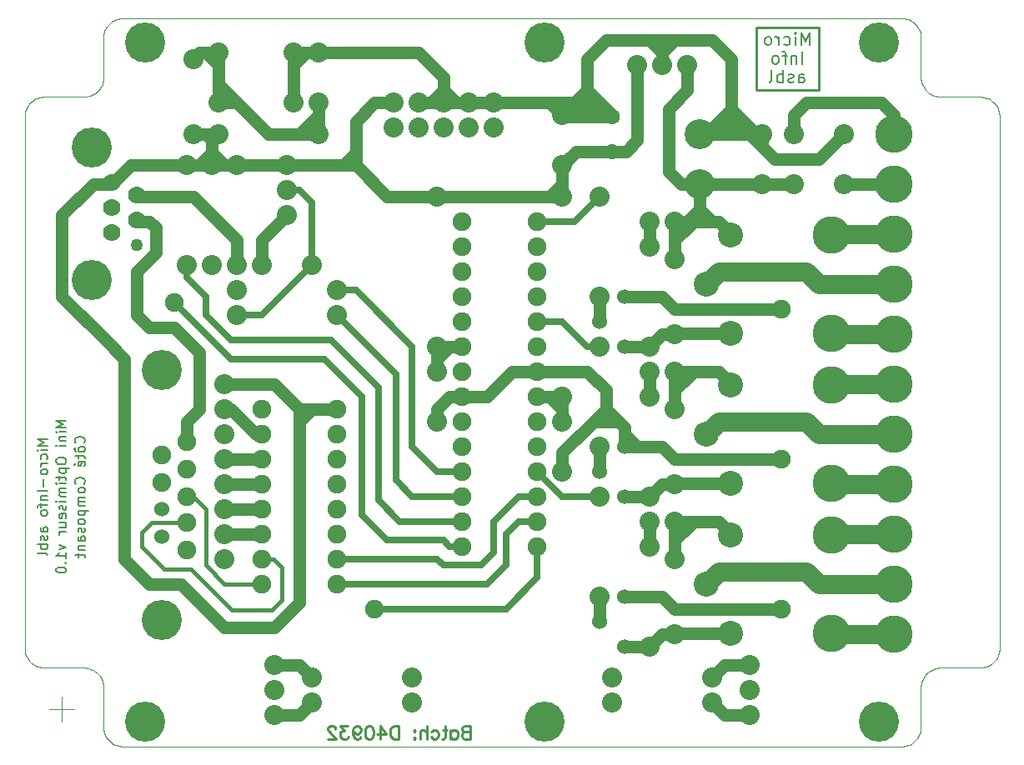
<source format=gbl>
G04 CAM350  V5.0 Date:  Tue Dec 20 12:58:55 2011 *
G04 Database: g:\clients\patrick brunet\mini-optimiseur\retouche\mini_optimiser_cam350.pcb *
G04 Layer 3: MiniOptimiseurS *
%FSLAX24Y24*%
%MOIN*%
%SFA1.000B1.000*%

%MIA0B0*%
%IPPOS*%
%ADD11C,0.01500*%
%ADD12C,0.00500*%
%ADD13C,0.00200*%
%ADD18C,0.06000*%
%ADD20C,0.08000*%
%ADD21C,0.07000*%
%ADD22C,0.05000*%
%ADD23C,0.16000*%
%ADD24C,0.10000*%
%ADD25C,0.15000*%
%ADD26C,0.12000*%
%ADD27C,0.06300*%
%ADD28C,0.07500*%
%ADD29C,0.06000*%
%ADD30C,0.02500*%
%ADD41C,0.01000*%
%ADD42C,0.00700*%
%LNMiniOptimiseurS*%
%SRX1Y1I0J0*%
G54D11*
%LPD*%
G54D20*
X25500Y27250D03*
X26500D03*
X24500D03*
X7750Y27750D03*
Y25750D03*
X10750Y27750D03*
Y25750D03*
G54D21*
X4500Y21050D03*
Y22050D03*
G54D22*
Y20050D03*
G54D21*
X3500Y22550D03*
Y21550D03*
Y20550D03*
G54D23*
X2700Y18650D03*
Y23950D03*
G54D24*
X28229Y8468D03*
Y4532D03*
X27245Y6500D03*
G54D25*
X32244Y8468D03*
Y4532D03*
G54D24*
X28229Y14468D03*
Y10532D03*
X27245Y12500D03*
G54D25*
X32244Y14468D03*
Y10532D03*
G54D24*
X28229Y20468D03*
Y16532D03*
X27245Y18500D03*
G54D25*
X32244Y20468D03*
Y16532D03*
G54D20*
X30750Y22500D03*
X32750Y24500D03*
X30750D03*
X32750Y22500D03*
X23000Y12000D03*
Y16000D03*
Y18000D03*
Y22000D03*
X25000Y14000D03*
Y10000D03*
X7750Y24500D03*
X11750D03*
X25000Y20000D03*
Y16000D03*
X23000Y6000D03*
Y10000D03*
X25000Y8000D03*
Y4000D03*
X8500Y23250D03*
Y19250D03*
X7500Y23250D03*
Y19250D03*
X6500Y23250D03*
Y19250D03*
X8500Y17250D03*
X12500D03*
Y18250D03*
X8500D03*
X27500Y2750D03*
X23500D03*
X27500Y1750D03*
X23500D03*
X11500D03*
X15500D03*
X11500Y2750D03*
X15500D03*
X14750Y24750D03*
Y25750D03*
X15750Y24750D03*
Y25750D03*
X16750Y24750D03*
Y25750D03*
X17750Y24750D03*
Y25750D03*
X18750Y24750D03*
Y25750D03*
X26000Y21000D03*
X25000D03*
X26000Y15000D03*
X25000D03*
X26000Y9000D03*
X25000D03*
G54D26*
X27000Y22500D03*
Y24500D03*
G54D27*
X23500Y23800D03*
Y25200D03*
G54D20*
X8000Y12500D03*
Y11500D03*
Y13500D03*
Y14500D03*
Y10500D03*
Y9500D03*
Y7500D03*
Y8500D03*
X29000Y3250D03*
Y1250D03*
Y2250D03*
X10000Y1250D03*
Y3250D03*
Y2250D03*
G54D28*
X9500Y13500D03*
Y12500D03*
Y11500D03*
Y10500D03*
Y9500D03*
Y8500D03*
Y7500D03*
Y6500D03*
X12500D03*
Y7500D03*
Y8500D03*
Y9500D03*
Y10500D03*
Y11500D03*
Y12500D03*
Y13500D03*
G54D23*
X5500Y15050D03*
Y5050D03*
G54D28*
X6500Y7850D03*
Y8950D03*
Y10000D03*
Y11100D03*
Y12200D03*
G54D29*
X5500Y8400D03*
Y9500D03*
G54D28*
Y10550D03*
Y11650D03*
G54D20*
X26000Y7500D03*
Y4500D03*
Y13500D03*
Y10500D03*
X6750Y24500D03*
Y27500D03*
X26000Y19500D03*
Y16500D03*
X11750Y25750D03*
Y27750D03*
X21500Y23250D03*
Y25250D03*
X29500Y22500D03*
Y24500D03*
X11500Y19250D03*
X9500D03*
X21500Y13000D03*
Y11000D03*
X16500Y15000D03*
Y13000D03*
G54D28*
X20500Y8000D03*
Y9000D03*
Y10000D03*
Y11000D03*
Y12000D03*
Y13000D03*
Y14000D03*
Y15000D03*
Y16000D03*
Y17000D03*
Y18000D03*
Y19000D03*
Y20000D03*
Y21000D03*
X17500D03*
Y20000D03*
Y19000D03*
Y18000D03*
Y17000D03*
Y16000D03*
Y15000D03*
Y14000D03*
Y13000D03*
Y12000D03*
Y11000D03*
Y10000D03*
Y9000D03*
Y8000D03*
G54D18*
X23000Y17000D03*
X24000Y18000D03*
Y16000D03*
X23000Y11000D03*
X24000Y12000D03*
Y10000D03*
G54D20*
X10500Y23250D03*
Y22250D03*
Y21250D03*
G54D18*
X23000Y5000D03*
X24000Y6000D03*
Y4000D03*
G54D20*
X21500Y22000D03*
Y14000D03*
X16500Y22000D03*
Y16000D03*
G54D23*
X4825Y28144D03*
X20770D03*
X34156D03*
X4825Y978D03*
X20770D03*
X34156D03*
G54D25*
X34750Y16500D03*
Y18500D03*
Y20500D03*
Y10500D03*
Y12500D03*
Y14500D03*
Y4500D03*
Y6500D03*
Y8500D03*
Y22500D03*
Y24500D03*
G54D28*
X6000Y17750D03*
X30250Y5500D03*
Y11500D03*
Y17500D03*
X14000Y5500D03*
G54D22*
X26000Y20250D02*
G01X26750Y21000D01*
Y21250*
X26000Y8250D02*
G01X26750Y9000D01*
X26000Y14250D02*
G01X26750Y15000D01*
X26000Y13500D02*
G01Y14250D01*
Y15000*
Y19500D02*
G01Y20250D01*
Y21000*
X27500D02*
G01X27000Y21500D01*
X26500Y21000D02*
G01X26750Y21250D01*
X27000Y21500*
Y22500D02*
G01Y21500D01*
Y21000*
X26000D02*
G01X26500D01*
X27000*
X27500*
X27750*
X28250Y20500*
X28229Y20468*
X26000Y15000D02*
G01X26750D01*
X27750*
X28250Y14500D02*
G01X28229Y14468D01*
X27750Y15000D02*
G01X28250Y14500D01*
X26000Y7500D02*
G01Y8250D01*
Y9000*
X26750*
X27750*
X28250Y8500*
X28229Y8468*
X26500Y26250D02*
G01Y27250D01*
X25750Y25500D02*
G01X26500Y26250D01*
X25750Y23000D02*
G01Y25500D01*
X26250Y22500D02*
G01X25750Y23000D01*
X30750Y22500D02*
G01X29500D01*
X27000D02*
G01X29500D01*
X27000D02*
G01X26250D01*
X8500Y19250D02*
G01Y20250D01*
X4500Y22000D02*
G01Y22050D01*
X6750Y22000D02*
G01X4500D01*
X8500Y20250D02*
G01X6750Y22000D01*
X9500Y19250D02*
G01Y20250D01*
X10500Y21250*
G54D28*
X31250Y19000D02*
G01X31750Y18500D01*
X27750Y19000D02*
G01X31250D01*
X34750Y18500D02*
G01X31750D01*
X27245D02*
G01X27250D01*
X27750Y19000*
X27245Y12500D02*
G01X27250D01*
X27750Y13000*
X31250D02*
G01X31750Y12500D01*
X27750Y13000D02*
G01X31250D01*
X34750Y12500D02*
G01X31750D01*
X31250Y7000D02*
G01X31750Y6500D01*
X32250*
X27245D02*
G01X27250D01*
X27750Y7000*
X31250*
X34750Y6500D02*
G01X32250D01*
X34750Y16500D02*
G01X32250D01*
X32244Y16532*
X34750Y10500D02*
G01X32250D01*
X32244Y10532*
X34750Y4500D02*
G01X32250D01*
X32244Y4532*
X34750Y20500D02*
G01X32250D01*
X32244Y20468*
X34750Y14500D02*
G01X32250D01*
X32244Y14468*
X34750Y8500D02*
G01X32250D01*
X32244Y8468*
G54D30*
X16500Y11000D02*
G01X15500Y12000D01*
X17500Y11000D02*
G01X16500D01*
X13250Y18250D02*
G01X12500D01*
X15500Y16000D02*
G01X13250Y18250D01*
X15500Y12000D02*
G01Y16000D01*
X12500Y6500D02*
G01X18500D01*
X19750Y9000D02*
G01X20500D01*
X19250Y8500D02*
G01X19750Y9000D01*
X19250Y7250D02*
G01Y8500D01*
X18500Y6500D02*
G01X19250Y7250D01*
X18250D02*
G01X18750Y7750D01*
X16750Y7250D02*
G01X18250D01*
X16500Y7500D02*
G01X16750Y7250D01*
X12500Y7500D02*
G01X16500D01*
X19750Y10000D02*
G01X20500D01*
X18750Y9000D02*
G01X19750Y10000D01*
X18750Y7750D02*
G01Y9000D01*
X20500Y21000D02*
G01X22000D01*
X23000Y22000*
X22500Y16000D02*
G01X21500Y17000D01*
X20500*
X23000Y16000D02*
G01X22500D01*
X23000Y10000D02*
G01X21500D01*
X20500Y11000*
X17000Y8000D02*
G01X16750Y8250D01*
X14500*
X13500Y9250*
Y14000*
X12000Y15500*
X8250*
X6000Y17750*
X17500Y8000D02*
G01X17000D01*
X17500Y9000D02*
G01X15000D01*
X6500Y18750D02*
G01Y19250D01*
X7250Y18000D02*
G01X6500Y18750D01*
X7250Y17250D02*
G01Y18000D01*
X8250Y16250D02*
G01X7250Y17250D01*
X12250Y16250D02*
G01X8250D01*
X14150Y14350D02*
G01X12250Y16250D01*
X14150Y9850D02*
G01Y14350D01*
X15000Y9000D02*
G01X14150Y9850D01*
X17500Y10000D02*
G01X15500D01*
X14850Y14900D02*
G01X12500Y17250D01*
X14850Y10650D02*
G01Y14900D01*
X15500Y10000D02*
G01X14850Y10650D01*
G54D22*
X6000Y16750D02*
G01X5000D01*
X4500Y19000D02*
G01X5250Y19750D01*
X4500Y17250D02*
G01Y19000D01*
X5000Y16750D02*
G01X4500Y17250D01*
X21000Y25750D02*
G01X22000D01*
X21500Y25250D02*
G01X22000Y25750D01*
X22500Y26250*
X23500Y25250*
Y25200*
X29500Y24500D02*
G01X29250D01*
X28250Y25500*
X27250Y24500*
X27000*
X16500Y13000D02*
G01Y13500D01*
X17000Y14000D02*
G01X17500D01*
X16500Y13500D02*
G01X17000Y14000D01*
X23750Y13000D02*
G01X23250Y13500D01*
X22750Y13000D02*
G01X23250Y13500D01*
X20500Y15000D02*
G01X22500D01*
X23250Y14250D02*
G01Y13500D01*
X22500Y15000D02*
G01X23250Y14250D01*
Y13500D02*
G01Y13000D01*
X24000Y12500D02*
G01X24500Y12000D01*
X21500Y11000D02*
G01Y11750D01*
X22750Y13000*
X23250*
X24000Y12750D02*
G01Y12500D01*
X23250Y13000D02*
G01X23750D01*
X24000Y12750*
Y12500D02*
G01Y12000D01*
X17500Y14000D02*
G01X18500D01*
X19500Y15000D02*
G01X20500D01*
X18500Y14000D02*
G01X19500Y15000D01*
X24000Y6000D02*
G01X25500D01*
X26000Y5500D02*
G01X30250D01*
X25500Y6000D02*
G01X26000Y5500D01*
X24000Y12000D02*
G01X24500D01*
X25500*
X26000Y11500*
X30250*
X24000Y18000D02*
G01X25500D01*
X26000Y17500D02*
G01X30250D01*
X25500Y18000D02*
G01X26000Y17500D01*
X16250Y25750D02*
G01X16750Y26250D01*
X17250Y25750*
X10750Y27250D02*
G01X11250Y27750D01*
X29500Y24000D02*
G01X29000Y24500D01*
X28250Y25000D02*
G01X28750Y24500D01*
X28250Y25000D02*
G01X27750Y24500D01*
X22500Y25750D02*
G01X23000Y25250D01*
Y25200*
X22500Y25750D02*
G01X22000Y25250D01*
Y25200*
X25500Y27750D02*
G01X26000Y28250D01*
X25500Y27750D02*
G01X25000Y28250D01*
X25500Y27250D02*
G01Y27750D01*
Y28250*
X22500Y25200D02*
G01Y25750D01*
Y27500*
X23250Y28250*
X25000*
X28250Y27500D02*
G01Y25000D01*
Y24500*
X26000Y28250D02*
G01X27500D01*
X28250Y27500*
X25000Y28250D02*
G01X25500D01*
X26000*
X23500Y25200D02*
G01X23000D01*
X22500*
X22000*
X21550*
X21500Y25250*
X18750Y25750D02*
G01X21000D01*
X21500Y25250*
X29500Y24500D02*
G01X29000D01*
X28750*
X28250*
X27750*
X27000*
X32750D02*
G01X31750Y23500D01*
X29500Y24000D02*
G01Y24500D01*
X30000Y23500D02*
G01X29500Y24000D01*
X31750Y23500D02*
G01X30000D01*
X16750Y25750D02*
G01X16250D01*
X15750*
X16750D02*
G01Y26750D01*
X15750Y27750D02*
G01X11750D01*
X16750Y26750D02*
G01X15750Y27750D01*
X10750Y25750D02*
G01Y27250D01*
Y27750*
X7000Y15750D02*
G01X6000Y16750D01*
X5250Y19750D02*
G01Y20750D01*
X6500Y12200D02*
G01Y13000D01*
X4500Y21000D02*
G01Y21050D01*
X5000Y21000D02*
G01X4500D01*
X5250Y20750D02*
G01X5000Y21000D01*
X7000Y13500D02*
G01Y15750D01*
X6500Y13000D02*
G01X7000Y13500D01*
X18750Y25750D02*
G01X17750D01*
X17250*
X16750*
X11750Y27750D02*
G01X11250D01*
X10750*
X30750Y24500D02*
G01Y25250D01*
X34750D02*
G01Y24500D01*
X34250Y25750D02*
G01X34750Y25250D01*
X31250Y25750D02*
G01X34250D01*
X30750Y25250D02*
G01X31250Y25750D01*
X34750Y22500D02*
G01X32750D01*
X9250Y12500D02*
G01X8250Y13500D01*
X9500Y12500D02*
G01X9250D01*
X8250Y13500D02*
G01X8000D01*
G54D11*
X6750Y10000D02*
G01X6500D01*
X7250Y9500D02*
G01X6750Y10000D01*
X7250Y7250D02*
G01Y9500D01*
X8000Y6500D02*
G01X7250Y7250D01*
X9500Y6500D02*
G01X8000D01*
G54D22*
X9500Y8500D02*
G01X8000D01*
G54D11*
X9900Y5450D02*
G01X10300Y5850D01*
Y7150D02*
G01X9950Y7500D01*
X10300Y5850D02*
G01Y7150D01*
X7200Y6550D02*
G01X6650Y7100D01*
X5100Y8950D02*
G01X6500D01*
X4700Y8550D02*
G01X5100Y8950D01*
X4700Y8000D02*
G01Y8550D01*
X5600Y7100D02*
G01X4700Y8000D01*
X6650Y7100D02*
G01X5600D01*
X9500Y7500D02*
G01X9950D01*
X8300Y5450D02*
G01X7200Y6550D01*
X9900Y5450D02*
G01X8300D01*
G54D22*
X9500Y11500D02*
G01X8000D01*
X9500Y10500D02*
G01X8000D01*
X9500Y9500D02*
G01X8000D01*
X11000Y3250D02*
G01X11500Y2750D01*
X10000Y3250D02*
G01X11000D01*
X23000Y5000D02*
G01Y6000D01*
X10000Y1250D02*
G01X11000D01*
X11500Y1750*
G54D30*
X9500Y17250D02*
G01X11500Y19250D01*
Y21750*
X11000Y22250*
X10500*
X8500Y17250D02*
G01X9500D01*
G54D22*
X25000Y21000D02*
G01Y20000D01*
X23000Y18000D02*
G01Y17000D01*
X28000Y1250D02*
G01X27500Y1750D01*
X29000Y1250D02*
G01X28000D01*
Y3250D02*
G01X27500Y2750D01*
X29000Y3250D02*
G01X28000D01*
X16500Y15500D02*
G01X17000Y16000D01*
X16500D02*
G01Y15500D01*
Y15000*
X17500Y16000D02*
G01X17000D01*
X16500*
X25500Y4500D02*
G01X25000Y4000D01*
X28229Y4532D02*
G01X26032D01*
X26000Y4500*
X25000Y4000D02*
G01X24000D01*
X26000Y4500D02*
G01X25500D01*
X25000Y8000D02*
G01Y9000D01*
Y14000D02*
G01Y15000D01*
X23000Y11000D02*
G01Y12000D01*
X28229Y16532D02*
G01X26032D01*
X26000Y16500*
X25000Y16000D02*
G01X24000D01*
X26000Y16500D02*
G01X25500D01*
X25000Y16000*
X26032Y10532D02*
G01X26000Y10500D01*
X25000Y10000D02*
G01X24000D01*
X26000Y10500D02*
G01X25500D01*
X25000Y10000*
X28229Y10532D02*
G01X26032D01*
X21000Y14000D02*
G01X21500D01*
Y13500D02*
G01X21000Y14000D01*
X21500D02*
G01Y13500D01*
Y13000*
X20500Y14000D02*
G01X21000D01*
X8500Y25750D02*
G01X7750Y26500D01*
G54D30*
X20500Y8000D02*
G01Y6750D01*
X19250Y5500D02*
G01X14000D01*
X20500Y6750D02*
G01X19250Y5500D01*
G54D22*
X7250Y27750D02*
G01X7750Y27250D01*
X11000Y24500D02*
G01X11750Y25250D01*
X8500Y25750D02*
G01X9750Y24500D01*
X7750Y27750D02*
G01X7250D01*
X7000*
X7750Y25750D02*
G01Y26500D01*
Y27250*
Y27750*
X11750Y24500D02*
G01Y25250D01*
Y25750*
X7000Y27750D02*
G01X6750Y27500D01*
X9750Y24500D02*
G01X11000D01*
X11750*
X7750Y25750D02*
G01X8500D01*
X11000Y13000D02*
G01X11500Y13500D01*
X11000D02*
G01X10000Y14500D01*
X12500Y13500D02*
G01X11500D01*
X11000*
Y12750D02*
G01Y13000D01*
Y13500*
X8000Y23250D02*
G01X7500Y23750D01*
X7000Y23250D02*
G01X7500Y23750D01*
X12750Y23250D02*
G01X13250Y23750D01*
Y23250D02*
G01Y23750D01*
Y25000*
X14000Y25750*
X14750*
X16500Y22000D02*
G01X14500D01*
X13250Y23250*
X21000Y22000D02*
G01X21500Y22500D01*
Y22000D02*
G01Y22500D01*
Y23250*
X16500Y22000D02*
G01X21000D01*
X21500*
X10000Y4750D02*
G01X11000Y5750D01*
Y12750*
X23500Y23800D02*
G01X22050D01*
X21500Y23250*
X23500Y23800D02*
G01X24050D01*
X24500Y24250D02*
G01Y27250D01*
X24050Y23800D02*
G01X24500Y24250D01*
X8500Y23250D02*
G01X10500D01*
X13250D02*
G01X12750D01*
X10500*
X4500Y7000D02*
G01X4000Y7500D01*
Y15500D02*
G01X3250Y16250D01*
X4000Y7500D02*
G01Y15500D01*
X1500Y21250D02*
G01X2750Y22500D01*
X3500*
X3250Y16250D02*
G01X1500Y18000D01*
Y21250*
X7500Y24250D02*
G01X7250Y24500D01*
X7750D02*
G01X7250D01*
X6750*
X7500Y23250D02*
G01Y23750D01*
Y24250*
X7750Y24500*
X8000Y4750D02*
G01X10000D01*
X6250Y6500D02*
G01X8000Y4750D01*
X5000Y6500D02*
G01X6250D01*
X4500Y7000D02*
G01X5000Y6500D01*
X3500Y22500D02*
G01Y22550D01*
X6500Y23250D02*
G01X4250D01*
X3500Y22500*
Y22550*
X7500Y23250D02*
G01X7000D01*
X6500*
X8500D02*
G01X8000D01*
X7500*
X10000Y14500D02*
G01X8000D01*
G54D13*
X2364Y25978D02*
G01X2432Y25981D01*
X2500Y25990*
X2567Y26005*
X2633Y26026*
X2697Y26052*
X2758Y26084*
X2815Y26121*
X2870Y26163*
X2921Y26209*
X2967Y26260*
X3009Y26315*
X3046Y26373*
X3078Y26433*
X3104Y26497*
X3125Y26563*
X3140Y26630*
X3149Y26698*
X3152Y26766*
Y28341*
X3155Y28409*
X3164Y28477*
X3179Y28544*
X3200Y28610*
X3226Y28673*
X3258Y28734*
X3295Y28792*
X3337Y28846*
X3383Y28897*
X3434Y28943*
X3488Y28985*
X3546Y29022*
X3607Y29054*
X3670Y29080*
X3736Y29101*
X3803Y29116*
X3871Y29125*
X3939Y29128*
X35041*
X35109Y29125*
X35177Y29116*
X35244Y29101*
X35310Y29080*
X35373Y29054*
X35434Y29022*
X35492Y28985*
X35546Y28943*
X35597Y28897*
X35643Y28846*
X35685Y28792*
X35722Y28734*
X35754Y28673*
X35780Y28610*
X35801Y28544*
X35816Y28477*
X35825Y28409*
X35828Y28341*
X35829*
Y26766*
X35828*
X35831Y26698*
X35840Y26630*
X35855Y26563*
X35876Y26497*
X35902Y26433*
X35934Y26373*
X35971Y26315*
X36013Y26260*
X36059Y26209*
X36110Y26163*
X36165Y26121*
X36223Y26084*
X36283Y26052*
X36347Y26026*
X36413Y26005*
X36480Y25990*
X36548Y25981*
X36616Y25978*
X38191*
X38259Y25975*
X38327Y25966*
X38394Y25951*
X38460Y25930*
X38523Y25904*
X38584Y25872*
X38642Y25835*
X38696Y25793*
X38747Y25747*
X38793Y25696*
X38835Y25642*
X38872Y25584*
X38904Y25523*
X38930Y25460*
X38951Y25394*
X38966Y25327*
X38975Y25259*
X38978Y25191*
Y3931*
X38975Y3863*
X38966Y3795*
X38951Y3728*
X38930Y3662*
X38904Y3599*
X38872Y3538*
X38835Y3480*
X38793Y3426*
X38747Y3375*
X38696Y3329*
X38642Y3287*
X38584Y3250*
X38523Y3218*
X38460Y3192*
X38394Y3171*
X38327Y3156*
X38259Y3147*
X38191Y3144*
X36616*
Y3143*
X36548Y3140*
X36480Y3131*
X36413Y3116*
X36347Y3095*
X36284Y3069*
X36223Y3037*
X36165Y3000*
X36111Y2958*
X36060Y2912*
X36014Y2861*
X35972Y2807*
X35935Y2749*
X35903Y2688*
X35877Y2625*
X35856Y2559*
X35841Y2492*
X35832Y2424*
X35829Y2356*
Y781*
X35826Y713*
X35817Y645*
X35802Y578*
X35781Y512*
X35755Y448*
X35723Y388*
X35686Y330*
X35644Y275*
X35598Y224*
X35547Y178*
X35492Y136*
X35435Y99*
X35374Y67*
X35310Y41*
X35244Y20*
X35177Y5*
X35109Y-4*
X35041Y-7*
Y-6*
X3939*
X3871Y-3*
X3803Y6*
X3736Y21*
X3670Y42*
X3607Y68*
X3546Y100*
X3488Y137*
X3434Y179*
X3383Y225*
X3337Y276*
X3295Y330*
X3258Y388*
X3226Y449*
X3200Y512*
X3179Y578*
X3164Y645*
X3155Y713*
X3152Y781*
Y2356*
X3149Y2424*
X3140Y2492*
X3125Y2559*
X3104Y2625*
X3078Y2689*
X3046Y2749*
X3009Y2807*
X2967Y2862*
X2921Y2913*
X2870Y2959*
X2815Y3001*
X2758Y3038*
X2697Y3070*
X2633Y3096*
X2567Y3117*
X2500Y3132*
X2432Y3141*
X2364Y3144*
X789*
X721Y3147*
X653Y3156*
X586Y3171*
X520Y3192*
X457Y3218*
X396Y3250*
X338Y3287*
X284Y3329*
X233Y3375*
X187Y3426*
X145Y3480*
X108Y3538*
X76Y3599*
X50Y3662*
X29Y3728*
X14Y3795*
X5Y3863*
X2Y3931*
Y25191*
X5Y25259*
X14Y25327*
X29Y25394*
X50Y25460*
X76Y25523*
X108Y25584*
X145Y25642*
X187Y25696*
X233Y25747*
X284Y25793*
X338Y25835*
X396Y25872*
X457Y25904*
X520Y25930*
X586Y25951*
X653Y25966*
X721Y25975*
X789Y25978*
X2364*
G54D41*
X29250Y26250D02*
G01Y28750D01*
X31750Y26250D02*
G01X29250D01*
X31750Y28750D02*
G01Y26250D01*
X29250Y28750D02*
G01X31750D01*
G54D12*
X31381Y28048D02*
G01Y28548D01*
X31214Y28190*
X31048Y28548*
Y28048*
X30810D02*
G01Y28381D01*
Y28548D02*
G01X30834Y28524D01*
X30810Y28500*
X30786Y28524*
X30810Y28548*
Y28500*
X30358Y28071D02*
G01X30405Y28048D01*
X30501*
X30548Y28071*
X30572Y28095*
X30596Y28143*
Y28286*
X30572Y28333*
X30548Y28357*
X30501Y28381*
X30405*
X30358Y28357*
X30143Y28048D02*
G01Y28381D01*
Y28286D02*
G01X30119Y28333D01*
X30095Y28357*
X30048Y28381*
X30000*
X29762Y28048D02*
G01X29809Y28071D01*
X29833Y28095*
X29857Y28143*
Y28286*
X29833Y28333*
X29809Y28357*
X29762Y28381*
X29690*
X29642Y28357*
X29619Y28333*
X29595Y28286*
Y28143*
X29619Y28095*
X29642Y28071*
X29690Y28048*
X29762*
X31095Y27298D02*
G01Y27798D01*
X30857Y27631D02*
G01Y27298D01*
Y27583D02*
G01X30833Y27607D01*
X30786Y27631*
X30714*
X30666Y27607*
X30643Y27560*
Y27298*
X30476Y27631D02*
G01X30286D01*
X30405Y27298D02*
G01Y27726D01*
X30381Y27774*
X30334Y27798*
X30286*
X30048Y27298D02*
G01X30095Y27321D01*
X30119Y27345*
X30143Y27393*
Y27536*
X30119Y27583*
X30095Y27607*
X30048Y27631*
X29976*
X29928Y27607*
X29905Y27583*
X29881Y27536*
Y27393*
X29905Y27345*
X29928Y27321*
X29976Y27298*
X30048*
X30952Y26548D02*
G01Y26810D01*
X30975Y26857*
X31023Y26881*
X31118*
X31166Y26857*
X30952Y26571D02*
G01X30999Y26548D01*
X31118*
X31166Y26571*
X31190Y26619*
Y26667*
X31166Y26714*
X31118Y26738*
X30999*
X30952Y26762*
X30738Y26571D02*
G01X30690Y26548D01*
X30595*
X30547Y26571*
X30523Y26619*
Y26643*
X30547Y26690*
X30595Y26714*
X30666*
X30714Y26738*
X30738Y26786*
Y26810*
X30714Y26857*
X30666Y26881*
X30595*
X30547Y26857*
X30309Y26548D02*
G01Y27048D01*
Y26857D02*
G01X30261Y26881D01*
X30166*
X30118Y26857*
X30095Y26833*
X30071Y26786*
Y26643*
X30095Y26595*
X30118Y26571*
X30166Y26548*
X30261*
X30309Y26571*
X29786Y26548D02*
G01X29833Y26571D01*
X29857Y26619*
Y27048*
G54D42*
X1660Y13036D02*
G01X1260D01*
X1546Y12902*
X1260Y12769*
X1660*
Y12579D02*
G01X1393D01*
X1260D02*
G01X1279Y12598D01*
X1298Y12579*
X1279Y12560*
X1260Y12579*
X1298*
X1393Y12389D02*
G01X1660D01*
X1431D02*
G01X1412Y12370D01*
X1393Y12332*
Y12274*
X1412Y12236*
X1450Y12217*
X1660*
Y12027D02*
G01X1393D01*
X1260D02*
G01X1279Y12046D01*
X1298Y12027*
X1279Y12008*
X1260Y12027*
X1298*
X1260Y11456D02*
G01Y11379D01*
X1279Y11341*
X1317Y11303*
X1393Y11284*
X1527*
X1603Y11303*
X1641Y11341*
X1660Y11379*
Y11456*
X1641Y11494*
X1603Y11532*
X1527Y11551*
X1393*
X1317Y11532*
X1279Y11494*
X1260Y11456*
X1393Y11113D02*
G01X1793D01*
X1412D02*
G01X1393Y11075D01*
Y10998*
X1412Y10960*
X1431Y10941*
X1469Y10922*
X1584*
X1622Y10941*
X1641Y10960*
X1660Y10998*
Y11075*
X1641Y11113*
X1393Y10808D02*
G01Y10656D01*
X1260Y10751D02*
G01X1603D01*
X1641Y10732*
X1660Y10694*
Y10656*
Y10522D02*
G01X1393D01*
X1260D02*
G01X1279Y10541D01*
X1298Y10522*
X1279Y10503*
X1260Y10522*
X1298*
X1660Y10332D02*
G01X1393D01*
X1431D02*
G01X1412Y10313D01*
X1393Y10275*
Y10217*
X1412Y10179*
X1450Y10160*
X1660*
X1450D02*
G01X1412Y10141D01*
X1393Y10103*
Y10046*
X1412Y10008*
X1450Y9989*
X1660*
Y9799D02*
G01X1393D01*
X1260D02*
G01X1279Y9818D01*
X1298Y9799*
X1279Y9780*
X1260Y9799*
X1298*
X1641Y9628D02*
G01X1660Y9590D01*
Y9514*
X1641Y9475*
X1603Y9456*
X1584*
X1546Y9475*
X1527Y9514*
Y9571*
X1508Y9609*
X1469Y9628*
X1450*
X1412Y9609*
X1393Y9571*
Y9514*
X1412Y9475*
X1641Y9132D02*
G01X1660Y9170D01*
Y9247*
X1641Y9285*
X1603Y9304*
X1450*
X1412Y9285*
X1393Y9247*
Y9170*
X1412Y9132*
X1450Y9113*
X1488*
X1527Y9304*
X1393Y8770D02*
G01X1660D01*
X1393Y8942D02*
G01X1603D01*
X1641Y8923*
X1660Y8885*
Y8827*
X1641Y8789*
X1622Y8770*
X1660Y8580D02*
G01X1393D01*
X1469D02*
G01X1431Y8561D01*
X1412Y8542*
X1393Y8504*
Y8465*
Y8065D02*
G01X1660Y7970D01*
X1393Y7874*
X1660Y7512D02*
G01Y7741D01*
Y7627D02*
G01X1260D01*
X1317Y7665*
X1355Y7703*
X1374Y7741*
X1622Y7341D02*
G01X1641Y7322D01*
X1660Y7341*
X1641Y7360*
X1622Y7341*
X1660*
X1260Y7075D02*
G01Y7036D01*
X1279Y6998*
X1298Y6979*
X1336Y6960*
X1412Y6941*
X1508*
X1584Y6960*
X1622Y6979*
X1641Y6998*
X1660Y7036*
Y7075*
X1641Y7113*
X1622Y7132*
X1584Y7151*
X1508Y7170*
X1412*
X1336Y7151*
X1298Y7132*
X1279Y7113*
X1260Y7075*
X2372Y12141D02*
G01X2391Y12160D01*
X2410Y12217*
Y12255*
X2391Y12313*
X2353Y12351*
X2315Y12370*
X2238Y12389*
X2181*
X2105Y12370*
X2067Y12351*
X2029Y12313*
X2010Y12255*
Y12217*
X2029Y12160*
X2048Y12141*
X2410Y11913D02*
G01X2391Y11951D01*
X2372Y11970*
X2334Y11989*
X2219*
X2181Y11970*
X2162Y11951*
X2143Y11913*
Y11855*
X2162Y11817*
X2181Y11798*
X2219Y11779*
X2334*
X2372Y11798*
X2391Y11817*
X2410Y11855*
Y11913*
X2048Y11951D02*
G01X1991Y11875D01*
X2048Y11798*
X2143Y11665D02*
G01Y11513D01*
X2010Y11608D02*
G01X2353D01*
X2391Y11589*
X2410Y11551*
Y11513*
X2391Y11226D02*
G01X2410Y11264D01*
Y11341*
X2391Y11379*
X2353Y11398*
X2200*
X2162Y11379*
X2143Y11341*
Y11264*
X2162Y11226*
X2200Y11207*
X2238*
X2277Y11398*
X1991Y11264D02*
G01X2048Y11322D01*
X2372Y10502D02*
G01X2391Y10521D01*
X2410Y10578*
Y10616*
X2391Y10674*
X2353Y10712*
X2315Y10731*
X2238Y10750*
X2181*
X2105Y10731*
X2067Y10712*
X2029Y10674*
X2010Y10616*
Y10578*
X2029Y10521*
X2048Y10502*
X2410Y10274D02*
G01X2391Y10312D01*
X2372Y10331*
X2334Y10350*
X2219*
X2181Y10331*
X2162Y10312*
X2143Y10274*
Y10216*
X2162Y10178*
X2181Y10159*
X2219Y10140*
X2334*
X2372Y10159*
X2391Y10178*
X2410Y10216*
Y10274*
Y9969D02*
G01X2143D01*
X2181D02*
G01X2162Y9950D01*
X2143Y9912*
Y9854*
X2162Y9816*
X2200Y9797*
X2410*
X2200D02*
G01X2162Y9778D01*
X2143Y9740*
Y9683*
X2162Y9645*
X2200Y9626*
X2410*
X2143Y9436D02*
G01X2543D01*
X2162D02*
G01X2143Y9398D01*
Y9321*
X2162Y9283*
X2181Y9264*
X2219Y9245*
X2334*
X2372Y9264*
X2391Y9283*
X2410Y9321*
Y9398*
X2391Y9436*
X2410Y9017D02*
G01X2391Y9055D01*
X2372Y9074*
X2334Y9093*
X2219*
X2181Y9074*
X2162Y9055*
X2143Y9017*
Y8959*
X2162Y8921*
X2181Y8902*
X2219Y8883*
X2334*
X2372Y8902*
X2391Y8921*
X2410Y8959*
Y9017*
X2391Y8731D02*
G01X2410Y8693D01*
Y8617*
X2391Y8578*
X2353Y8559*
X2334*
X2296Y8578*
X2277Y8617*
Y8674*
X2258Y8712*
X2219Y8731*
X2200*
X2162Y8712*
X2143Y8674*
Y8617*
X2162Y8578*
X2410Y8216D02*
G01X2200D01*
X2162Y8235*
X2143Y8273*
Y8350*
X2162Y8388*
X2391Y8216D02*
G01X2410Y8254D01*
Y8350*
X2391Y8388*
X2353Y8407*
X2315*
X2277Y8388*
X2258Y8350*
Y8254*
X2238Y8216*
X2143Y8026D02*
G01X2410D01*
X2181D02*
G01X2162Y8007D01*
X2143Y7969*
Y7911*
X2162Y7873*
X2200Y7854*
X2410*
X2143Y7721D02*
G01Y7569D01*
X2010Y7664D02*
G01X2353D01*
X2391Y7645*
X2410Y7607*
Y7569*
X910Y12303D02*
G01X510D01*
X796Y12169*
X510Y12036*
X910*
Y11846D02*
G01X643D01*
X510D02*
G01X529Y11865D01*
X548Y11846*
X529Y11827*
X510Y11846*
X548*
X891Y11484D02*
G01X910Y11522D01*
Y11599*
X891Y11637*
X872Y11656*
X834Y11675*
X719*
X681Y11656*
X662Y11637*
X643Y11599*
Y11522*
X662Y11484*
X910Y11313D02*
G01X643D01*
X719D02*
G01X681Y11294D01*
X662Y11275*
X643Y11237*
Y11198*
X910Y11008D02*
G01X891Y11046D01*
X872Y11065*
X834Y11084*
X719*
X681Y11065*
X662Y11046*
X643Y11008*
Y10950*
X662Y10912*
X681Y10893*
X719Y10874*
X834*
X872Y10893*
X891Y10912*
X910Y10950*
Y11008*
X758Y10703D02*
G01Y10398D01*
X910Y10208D02*
G01X510D01*
X643Y10018D02*
G01X910D01*
X681D02*
G01X662Y9999D01*
X643Y9961*
Y9903*
X662Y9865*
X700Y9846*
X910*
X643Y9713D02*
G01Y9561D01*
X910Y9656D02*
G01X567D01*
X529Y9637*
X510Y9599*
Y9561*
X910Y9370D02*
G01X891Y9408D01*
X872Y9427*
X834Y9446*
X719*
X681Y9427*
X662Y9408*
X643Y9370*
Y9312*
X662Y9274*
X681Y9255*
X719Y9236*
X834*
X872Y9255*
X891Y9274*
X910Y9312*
Y9370*
Y8588D02*
G01X700D01*
X662Y8607*
X643Y8645*
Y8722*
X662Y8760*
X891Y8588D02*
G01X910Y8626D01*
Y8722*
X891Y8760*
X853Y8779*
X815*
X777Y8760*
X758Y8722*
Y8626*
X738Y8588*
X891Y8417D02*
G01X910Y8379D01*
Y8303*
X891Y8264*
X853Y8245*
X834*
X796Y8264*
X777Y8303*
Y8360*
X758Y8398*
X719Y8417*
X700*
X662Y8398*
X643Y8360*
Y8303*
X662Y8264*
X910Y8074D02*
G01X510D01*
X662D02*
G01X643Y8036D01*
Y7959*
X662Y7921*
X681Y7902*
X719Y7883*
X834*
X872Y7902*
X891Y7921*
X910Y7959*
Y8036*
X891Y8074*
X910Y7655D02*
G01X891Y7693D01*
X853Y7712*
X510*
G54D13*
X1500Y1995D02*
G01Y995D01*
X1000Y1495D02*
G01X2000D01*
G54D41*
G01X17830Y825D02*
Y300D01*
Y825D02*
X17605D01*
X17530Y800D01*
X17505Y775D01*
X17480Y725D01*
Y675D01*
X17505Y625D01*
X17530Y600D01*
X17605Y575D01*
X17830D02*
X17605D01*
X17530Y550D01*
X17505Y525D01*
X17480Y475D01*
Y400D01*
X17505Y350D01*
X17530Y325D01*
X17605Y300D01*
X17830D01*
X17030Y650D02*
Y300D01*
Y575D02*
X17080Y625D01*
X17130Y650D01*
X17205D01*
X17255Y625D01*
X17305Y575D01*
X17330Y500D01*
Y450D01*
X17305Y375D01*
X17255Y325D01*
X17205Y300D01*
X17130D01*
X17080Y325D01*
X17030Y375D01*
X16805Y825D02*
Y400D01*
X16780Y325D01*
X16730Y300D01*
X16680D01*
X16880Y650D02*
X16705D01*
X16255Y575D02*
X16305Y625D01*
X16355Y650D01*
X16430D01*
X16480Y625D01*
X16530Y575D01*
X16555Y500D01*
Y450D01*
X16530Y375D01*
X16480Y325D01*
X16430Y300D01*
X16355D01*
X16305Y325D01*
X16255Y375D01*
X16080Y825D02*
Y300D01*
Y550D02*
X16005Y625D01*
X15955Y650D01*
X15880D01*
X15830Y625D01*
X15805Y550D01*
Y300D01*
X15580Y650D02*
X15605Y625D01*
X15580Y600D01*
X15555Y625D01*
X15580Y650D01*
Y350D02*
X15605Y325D01*
X15580Y300D01*
X15555Y325D01*
X15580Y350D01*
X14955Y825D02*
Y300D01*
Y825D02*
X14780D01*
X14705Y800D01*
X14655Y750D01*
X14630Y700D01*
X14605Y625D01*
Y500D01*
X14630Y425D01*
X14655Y375D01*
X14705Y325D01*
X14780Y300D01*
X14955D01*
X14205Y825D02*
X14455Y475D01*
X14080D01*
X14205Y825D02*
Y300D01*
X13805Y825D02*
X13880Y800D01*
X13930Y725D01*
X13955Y600D01*
Y525D01*
X13930Y400D01*
X13880Y325D01*
X13805Y300D01*
X13755D01*
X13680Y325D01*
X13630Y400D01*
X13605Y525D01*
Y600D01*
X13630Y725D01*
X13680Y800D01*
X13755Y825D01*
X13805D01*
X13130Y650D02*
X13155Y575D01*
X13205Y525D01*
X13280Y500D01*
X13305D01*
X13380Y525D01*
X13430Y575D01*
X13455Y650D01*
Y675D01*
X13430Y750D01*
X13380Y800D01*
X13305Y825D01*
X13280D01*
X13205Y800D01*
X13155Y750D01*
X13130Y650D01*
Y525D01*
X13155Y400D01*
X13205Y325D01*
X13280Y300D01*
X13330D01*
X13405Y325D01*
X13430Y375D01*
X12905Y825D02*
X12630D01*
X12780Y625D01*
X12705D01*
X12655Y600D01*
X12630Y575D01*
X12605Y500D01*
Y450D01*
X12630Y375D01*
X12680Y325D01*
X12755Y300D01*
X12830D01*
X12905Y325D01*
X12930Y350D01*
X12955Y400D01*
X12430Y700D02*
Y725D01*
X12405Y775D01*
X12380Y800D01*
X12330Y825D01*
X12230D01*
X12180Y800D01*
X12155Y775D01*
X12130Y725D01*
Y675D01*
X12155Y625D01*
X12205Y550D01*
X12455Y300D01*
X12105D01*
M02*

</source>
